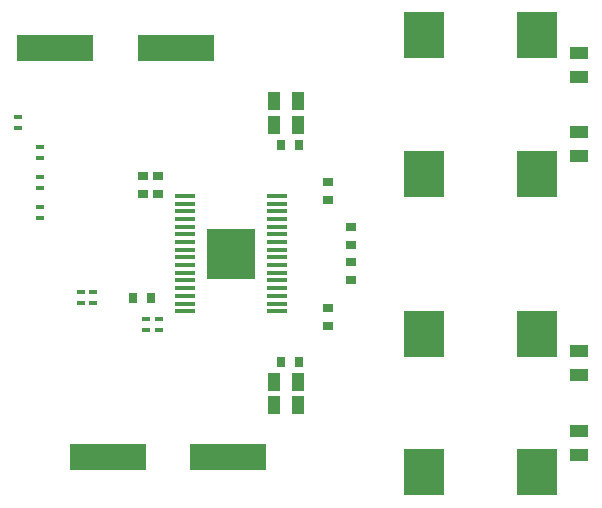
<source format=gtp>
G04*
G04 #@! TF.GenerationSoftware,Altium Limited,Altium Designer,24.10.1 (45)*
G04*
G04 Layer_Color=8421504*
%FSLAX44Y44*%
%MOMM*%
G71*
G04*
G04 #@! TF.SameCoordinates,D9CC4E6A-2C68-4F5F-81DB-F534FF38BD19*
G04*
G04*
G04 #@! TF.FilePolarity,Positive*
G04*
G01*
G75*
%ADD15R,6.5000X2.3000*%
%ADD16R,0.7620X0.8890*%
%ADD17R,1.0160X1.5240*%
%ADD18R,3.5000X4.0000*%
%ADD19R,0.6350X0.4572*%
%ADD20R,0.8890X0.7620*%
%ADD21R,4.1100X4.3600*%
%ADD22R,1.6750X0.4500*%
%ADD23R,1.5240X1.0160*%
D15*
X108260Y427990D02*
D03*
X210256D02*
D03*
X254706Y81534D02*
D03*
X152710D02*
D03*
D16*
X314257Y161652D02*
D03*
X299017D02*
D03*
X189611Y215510D02*
D03*
X174371D02*
D03*
X299017Y345338D02*
D03*
X314257D02*
D03*
D17*
X293880Y362259D02*
D03*
X314200D02*
D03*
X293878Y125222D02*
D03*
X314198D02*
D03*
Y144526D02*
D03*
X293878D02*
D03*
X293880Y382325D02*
D03*
X314200D02*
D03*
D18*
X515872Y320802D02*
D03*
X420872D02*
D03*
X515872Y438222D02*
D03*
X420872D02*
D03*
X515872Y185674D02*
D03*
X420872D02*
D03*
X515872Y68382D02*
D03*
X420872D02*
D03*
D19*
X76806Y369353D02*
D03*
Y359955D02*
D03*
X95250Y343789D02*
D03*
Y334391D02*
D03*
Y318389D02*
D03*
Y308991D02*
D03*
X95758Y292989D02*
D03*
Y283591D02*
D03*
X140462Y221361D02*
D03*
Y211963D02*
D03*
X130302D02*
D03*
Y221361D02*
D03*
X185166Y188976D02*
D03*
Y198374D02*
D03*
X196088Y188849D02*
D03*
Y198247D02*
D03*
D20*
X339598Y192488D02*
D03*
Y207728D02*
D03*
X182140Y304038D02*
D03*
Y319278D02*
D03*
X195348Y304034D02*
D03*
Y319274D02*
D03*
X358394Y275745D02*
D03*
Y260505D02*
D03*
X339598Y314556D02*
D03*
Y299316D02*
D03*
X358394Y231195D02*
D03*
Y246435D02*
D03*
D21*
X256730Y253510D02*
D03*
D22*
X295610Y302260D02*
D03*
Y295760D02*
D03*
Y289260D02*
D03*
Y282760D02*
D03*
Y276260D02*
D03*
Y269760D02*
D03*
Y263260D02*
D03*
Y256760D02*
D03*
Y250260D02*
D03*
Y243760D02*
D03*
Y237260D02*
D03*
Y230760D02*
D03*
Y224260D02*
D03*
Y217760D02*
D03*
Y211260D02*
D03*
Y204760D02*
D03*
X217850D02*
D03*
Y211260D02*
D03*
Y217760D02*
D03*
Y224260D02*
D03*
Y230760D02*
D03*
Y237260D02*
D03*
Y243760D02*
D03*
Y250260D02*
D03*
Y256760D02*
D03*
Y263260D02*
D03*
Y269760D02*
D03*
Y276260D02*
D03*
Y282760D02*
D03*
Y289260D02*
D03*
Y295760D02*
D03*
Y302260D02*
D03*
D23*
X551688Y356108D02*
D03*
Y335788D02*
D03*
Y103632D02*
D03*
Y83312D02*
D03*
Y150368D02*
D03*
Y170688D02*
D03*
Y403352D02*
D03*
Y423672D02*
D03*
M02*

</source>
